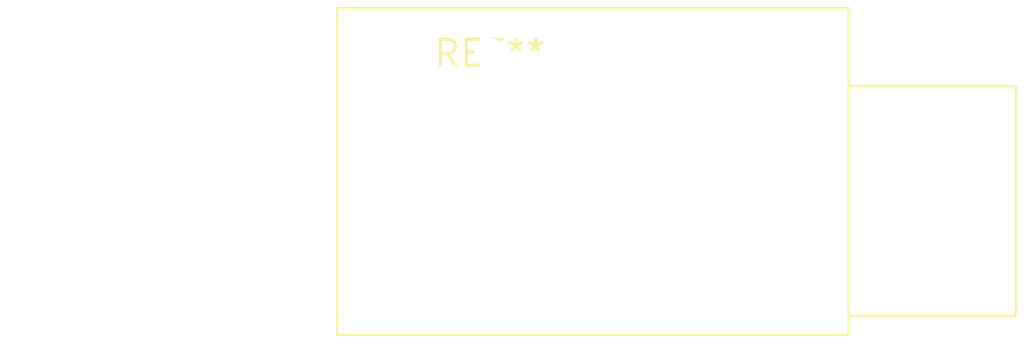
<source format=kicad_pcb>
(kicad_pcb (version 20240108) (generator pcbnew)
  (layers (0 "F.Cu" signal) (31 "B.Cu" signal) (34 "B.Paste" user) (35 "F.Paste" user) (36 "B.SilkS" user "B.Silkscreen") (37 "F.SilkS" user "F.Silkscreen") (38 "B.Mask" user) (39 "F.Mask" user) (44 "Edge.Cuts" user))
  (net 0 "")
  (footprint "Jack_6.35mm_Neutrik_NRJ6HM-1-PRE_Horizontal" (layer "F.Cu") (at 0 0)
    (property "Reference" "REF**")
    (property "Value" "Jack_6.35mm_Neutrik_NRJ6HM-1-PRE_Horizontal")
    (fp_line (start -7.47 -2.21) (end 17.57 -2.21) (layer "F.SilkS") (stroke (width 0.12)))
    (fp_line (start -7.47 13.78) (end -7.47 -2.21) (layer "F.SilkS") (stroke (width 0.12)))
    (fp_line (start -7.47 13.78) (end 17.57 13.78) (layer "F.SilkS") (stroke (width 0.12)))
    (fp_line (start 17.57 -2.21) (end 17.57 13.78) (layer "F.SilkS") (stroke (width 0.12)))
    (fp_line (start 25.77 1.61) (end 17.57 1.61) (layer "F.SilkS") (stroke (width 0.12)))
    (fp_line (start 25.77 12.85) (end 17.57 12.85) (layer "F.SilkS") (stroke (width 0.12)))
    (fp_line (start 25.77 12.85) (end 25.77 1.61) (layer "F.SilkS") (stroke (width 0.12)))
    (pad "R" thru_hole circle (at 6.35 0) (size 3 3) (drill 1.5) (layers *.Cu *.Mask) (remove_unused_layers))
    (pad "RN" thru_hole circle (at 6.35 11.43) (size 3 3) (drill 1.5) (layers *.Cu *.Mask) (remove_unused_layers))
    (pad "S" thru_hole circle (at 12.7 0) (size 3 3) (drill 1.5) (layers *.Cu *.Mask) (remove_unused_layers))
    (pad "S" thru_hole circle (at 12.7 11.43) (size 3 3) (drill 1.5) (layers *.Cu *.Mask) (remove_unused_layers))
    (pad "T" thru_hole circle (at 0 0) (size 3 3) (drill 1.5) (layers *.Cu *.Mask) (remove_unused_layers))
    (pad "TN" thru_hole circle (at 0 11.43) (size 3 3) (drill 1.5) (layers *.Cu *.Mask) (remove_unused_layers))
  )
)
</source>
